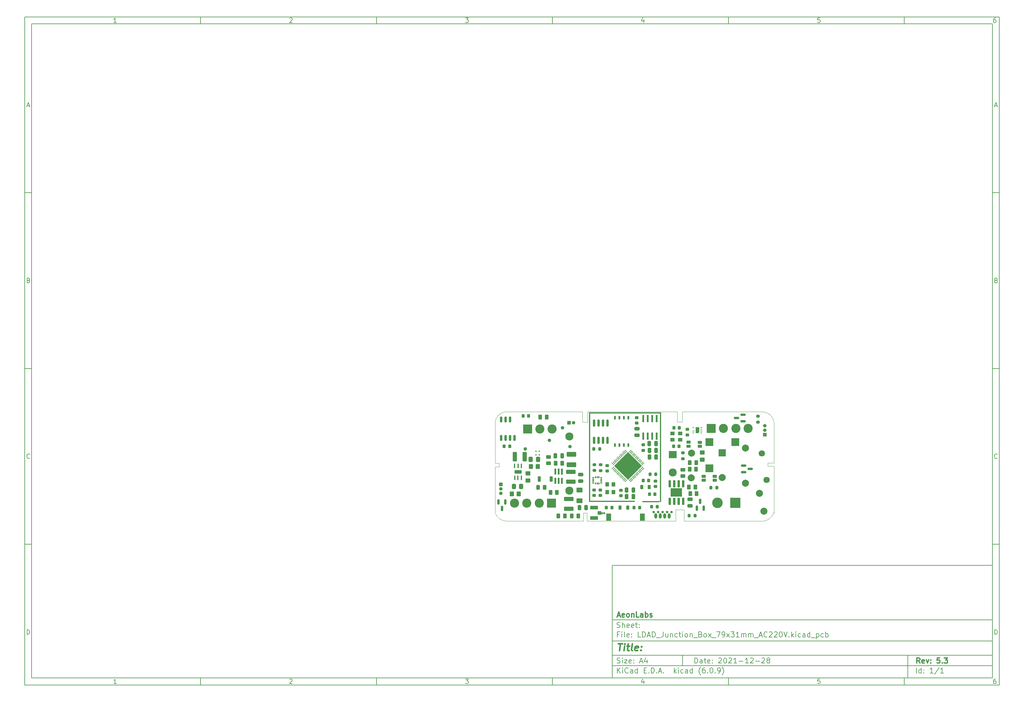
<source format=gbr>
G04 #@! TF.GenerationSoftware,KiCad,Pcbnew,(6.0.9)*
G04 #@! TF.CreationDate,2022-11-26T17:41:20+01:00*
G04 #@! TF.ProjectId,LDAD_Junction_Box_79x31mm_AC220V,4c444144-5f4a-4756-9e63-74696f6e5f42,5.3*
G04 #@! TF.SameCoordinates,Original*
G04 #@! TF.FileFunction,Soldermask,Top*
G04 #@! TF.FilePolarity,Negative*
%FSLAX46Y46*%
G04 Gerber Fmt 4.6, Leading zero omitted, Abs format (unit mm)*
G04 Created by KiCad (PCBNEW (6.0.9)) date 2022-11-26 17:41:20*
%MOMM*%
%LPD*%
G01*
G04 APERTURE LIST*
G04 Aperture macros list*
%AMRoundRect*
0 Rectangle with rounded corners*
0 $1 Rounding radius*
0 $2 $3 $4 $5 $6 $7 $8 $9 X,Y pos of 4 corners*
0 Add a 4 corners polygon primitive as box body*
4,1,4,$2,$3,$4,$5,$6,$7,$8,$9,$2,$3,0*
0 Add four circle primitives for the rounded corners*
1,1,$1+$1,$2,$3*
1,1,$1+$1,$4,$5*
1,1,$1+$1,$6,$7*
1,1,$1+$1,$8,$9*
0 Add four rect primitives between the rounded corners*
20,1,$1+$1,$2,$3,$4,$5,0*
20,1,$1+$1,$4,$5,$6,$7,0*
20,1,$1+$1,$6,$7,$8,$9,0*
20,1,$1+$1,$8,$9,$2,$3,0*%
%AMRotRect*
0 Rectangle, with rotation*
0 The origin of the aperture is its center*
0 $1 length*
0 $2 width*
0 $3 Rotation angle, in degrees counterclockwise*
0 Add horizontal line*
21,1,$1,$2,0,0,$3*%
%AMFreePoly0*
4,1,6,0.500000,-0.850000,-0.500000,-0.850000,-0.500000,0.550000,-0.200000,0.850000,0.500000,0.850000,0.500000,-0.850000,0.500000,-0.850000,$1*%
G04 Aperture macros list end*
%ADD10C,0.100000*%
%ADD11C,0.150000*%
%ADD12C,0.300000*%
%ADD13C,0.400000*%
G04 #@! TA.AperFunction,Profile*
%ADD14C,0.120000*%
G04 #@! TD*
%ADD15RoundRect,0.225000X-0.225000X-0.250000X0.225000X-0.250000X0.225000X0.250000X-0.225000X0.250000X0*%
%ADD16RoundRect,0.250000X-0.262500X-0.450000X0.262500X-0.450000X0.262500X0.450000X-0.262500X0.450000X0*%
%ADD17RoundRect,0.250000X0.250000X0.475000X-0.250000X0.475000X-0.250000X-0.475000X0.250000X-0.475000X0*%
%ADD18RoundRect,0.225000X0.250000X-0.225000X0.250000X0.225000X-0.250000X0.225000X-0.250000X-0.225000X0*%
%ADD19C,1.000000*%
%ADD20RoundRect,0.225000X-0.250000X0.225000X-0.250000X-0.225000X0.250000X-0.225000X0.250000X0.225000X0*%
%ADD21RoundRect,0.250000X0.475000X-0.250000X0.475000X0.250000X-0.475000X0.250000X-0.475000X-0.250000X0*%
%ADD22R,1.000000X1.300000*%
%ADD23RoundRect,0.042000X-0.258000X0.943000X-0.258000X-0.943000X0.258000X-0.943000X0.258000X0.943000X0*%
%ADD24R,3.302000X2.413000*%
%ADD25RoundRect,0.250000X-0.337500X-0.475000X0.337500X-0.475000X0.337500X0.475000X-0.337500X0.475000X0*%
%ADD26RoundRect,0.250000X-0.450000X0.350000X-0.450000X-0.350000X0.450000X-0.350000X0.450000X0.350000X0*%
%ADD27RoundRect,0.150000X0.150000X-0.825000X0.150000X0.825000X-0.150000X0.825000X-0.150000X-0.825000X0*%
%ADD28R,0.550000X0.250000*%
%ADD29R,0.001000X0.001000*%
%ADD30FreePoly0,180.000000*%
%ADD31RoundRect,0.150000X0.587500X0.150000X-0.587500X0.150000X-0.587500X-0.150000X0.587500X-0.150000X0*%
%ADD32RoundRect,0.124800X-0.475200X-0.275200X0.475200X-0.275200X0.475200X0.275200X-0.475200X0.275200X0*%
%ADD33RoundRect,0.200000X-0.275000X0.200000X-0.275000X-0.200000X0.275000X-0.200000X0.275000X0.200000X0*%
%ADD34RoundRect,0.041300X-0.253700X0.948700X-0.253700X-0.948700X0.253700X-0.948700X0.253700X0.948700X0*%
%ADD35RoundRect,0.200000X0.200000X0.275000X-0.200000X0.275000X-0.200000X-0.275000X0.200000X-0.275000X0*%
%ADD36RoundRect,0.250000X-0.450000X0.262500X-0.450000X-0.262500X0.450000X-0.262500X0.450000X0.262500X0*%
%ADD37R,0.400000X25.500000*%
%ADD38RoundRect,0.243750X-0.243750X-0.456250X0.243750X-0.456250X0.243750X0.456250X-0.243750X0.456250X0*%
%ADD39RoundRect,0.250000X1.075000X-0.375000X1.075000X0.375000X-1.075000X0.375000X-1.075000X-0.375000X0*%
%ADD40R,2.250000X1.100000*%
%ADD41R,1.100000X1.050000*%
%ADD42RoundRect,0.250000X-0.475000X0.250000X-0.475000X-0.250000X0.475000X-0.250000X0.475000X0.250000X0*%
%ADD43RoundRect,0.150000X0.150000X-0.675000X0.150000X0.675000X-0.150000X0.675000X-0.150000X-0.675000X0*%
%ADD44RoundRect,0.000250X0.000250X-0.000250X0.000250X0.000250X-0.000250X0.000250X-0.000250X-0.000250X0*%
%ADD45RoundRect,0.250000X0.262500X0.450000X-0.262500X0.450000X-0.262500X-0.450000X0.262500X-0.450000X0*%
%ADD46RoundRect,0.218750X0.218750X0.381250X-0.218750X0.381250X-0.218750X-0.381250X0.218750X-0.381250X0*%
%ADD47RoundRect,0.200000X0.275000X-0.200000X0.275000X0.200000X-0.275000X0.200000X-0.275000X-0.200000X0*%
%ADD48RoundRect,0.225000X0.225000X0.250000X-0.225000X0.250000X-0.225000X-0.250000X0.225000X-0.250000X0*%
%ADD49RoundRect,0.088500X-0.206500X0.746500X-0.206500X-0.746500X0.206500X-0.746500X0.206500X0.746500X0*%
%ADD50RoundRect,0.088500X0.206500X-0.746500X0.206500X0.746500X-0.206500X0.746500X-0.206500X-0.746500X0*%
%ADD51RoundRect,0.250000X-0.250000X-0.475000X0.250000X-0.475000X0.250000X0.475000X-0.250000X0.475000X0*%
%ADD52RoundRect,0.150000X0.150000X-0.587500X0.150000X0.587500X-0.150000X0.587500X-0.150000X-0.587500X0*%
%ADD53R,0.400000X25.400000*%
%ADD54RoundRect,0.250001X-1.074999X0.462499X-1.074999X-0.462499X1.074999X-0.462499X1.074999X0.462499X0*%
%ADD55R,5.000000X0.400000*%
%ADD56R,1.400000X2.100000*%
%ADD57RoundRect,0.250000X0.350000X0.450000X-0.350000X0.450000X-0.350000X-0.450000X0.350000X-0.450000X0*%
%ADD58RoundRect,0.150000X-0.150000X0.587500X-0.150000X-0.587500X0.150000X-0.587500X0.150000X0.587500X0*%
%ADD59RoundRect,0.150000X-0.587500X-0.150000X0.587500X-0.150000X0.587500X0.150000X-0.587500X0.150000X0*%
%ADD60RoundRect,0.200000X-0.200000X-0.275000X0.200000X-0.275000X0.200000X0.275000X-0.200000X0.275000X0*%
%ADD61RoundRect,0.066000X0.154000X-0.404000X0.154000X0.404000X-0.154000X0.404000X-0.154000X-0.404000X0*%
%ADD62RoundRect,0.250000X0.450000X-0.350000X0.450000X0.350000X-0.450000X0.350000X-0.450000X-0.350000X0*%
%ADD63RoundRect,0.200000X-0.200000X-0.600000X0.200000X-0.600000X0.200000X0.600000X-0.200000X0.600000X0*%
%ADD64RoundRect,0.250001X-0.624999X0.462499X-0.624999X-0.462499X0.624999X-0.462499X0.624999X0.462499X0*%
%ADD65R,2.195000X2.195000*%
%ADD66RoundRect,0.050000X0.309359X-0.238649X-0.238649X0.309359X-0.309359X0.238649X0.238649X-0.309359X0*%
%ADD67RoundRect,0.050000X0.309359X0.238649X0.238649X0.309359X-0.309359X-0.238649X-0.238649X-0.309359X0*%
%ADD68RotRect,5.600000X5.600000X135.000000*%
%ADD69R,13.000000X0.400000*%
%ADD70R,20.500000X0.400000*%
%ADD71RoundRect,0.100000X-0.100000X-0.550000X0.100000X-0.550000X0.100000X0.550000X-0.100000X0.550000X0*%
%ADD72RoundRect,0.262500X0.737500X0.262500X-0.737500X0.262500X-0.737500X-0.262500X0.737500X-0.262500X0*%
%ADD73RoundRect,0.100000X0.100000X0.550000X-0.100000X0.550000X-0.100000X-0.550000X0.100000X-0.550000X0*%
%ADD74R,0.580000X0.350000*%
%ADD75R,0.350000X0.580000*%
%ADD76RoundRect,0.218750X-0.218750X-0.381250X0.218750X-0.381250X0.218750X0.381250X-0.218750X0.381250X0*%
%ADD77RoundRect,0.250000X0.375000X1.075000X-0.375000X1.075000X-0.375000X-1.075000X0.375000X-1.075000X0*%
%ADD78R,1.300000X1.000000*%
%ADD79R,2.300000X2.000000*%
%ADD80C,2.300000*%
%ADD81R,0.500000X0.500000*%
%ADD82C,2.010000*%
%ADD83R,1.000000X1.000000*%
%ADD84O,1.000000X1.000000*%
%ADD85R,2.600000X2.600000*%
%ADD86C,2.600000*%
%ADD87R,2.000000X2.000000*%
%ADD88C,2.000000*%
%ADD89C,0.700000*%
%ADD90O,0.800000X1.500000*%
%ADD91C,1.800000*%
%ADD92C,0.400000*%
%ADD93R,3.000000X3.000000*%
%ADD94C,3.000000*%
G04 APERTURE END LIST*
D10*
D11*
X177002200Y-166007200D02*
X177002200Y-198007200D01*
X285002200Y-198007200D01*
X285002200Y-166007200D01*
X177002200Y-166007200D01*
D10*
D11*
X10000000Y-10000000D02*
X10000000Y-200007200D01*
X287002200Y-200007200D01*
X287002200Y-10000000D01*
X10000000Y-10000000D01*
D10*
D11*
X12000000Y-12000000D02*
X12000000Y-198007200D01*
X285002200Y-198007200D01*
X285002200Y-12000000D01*
X12000000Y-12000000D01*
D10*
D11*
X60000000Y-12000000D02*
X60000000Y-10000000D01*
D10*
D11*
X110000000Y-12000000D02*
X110000000Y-10000000D01*
D10*
D11*
X160000000Y-12000000D02*
X160000000Y-10000000D01*
D10*
D11*
X210000000Y-12000000D02*
X210000000Y-10000000D01*
D10*
D11*
X260000000Y-12000000D02*
X260000000Y-10000000D01*
D10*
D11*
X36065476Y-11588095D02*
X35322619Y-11588095D01*
X35694047Y-11588095D02*
X35694047Y-10288095D01*
X35570238Y-10473809D01*
X35446428Y-10597619D01*
X35322619Y-10659523D01*
D10*
D11*
X85322619Y-10411904D02*
X85384523Y-10350000D01*
X85508333Y-10288095D01*
X85817857Y-10288095D01*
X85941666Y-10350000D01*
X86003571Y-10411904D01*
X86065476Y-10535714D01*
X86065476Y-10659523D01*
X86003571Y-10845238D01*
X85260714Y-11588095D01*
X86065476Y-11588095D01*
D10*
D11*
X135260714Y-10288095D02*
X136065476Y-10288095D01*
X135632142Y-10783333D01*
X135817857Y-10783333D01*
X135941666Y-10845238D01*
X136003571Y-10907142D01*
X136065476Y-11030952D01*
X136065476Y-11340476D01*
X136003571Y-11464285D01*
X135941666Y-11526190D01*
X135817857Y-11588095D01*
X135446428Y-11588095D01*
X135322619Y-11526190D01*
X135260714Y-11464285D01*
D10*
D11*
X185941666Y-10721428D02*
X185941666Y-11588095D01*
X185632142Y-10226190D02*
X185322619Y-11154761D01*
X186127380Y-11154761D01*
D10*
D11*
X236003571Y-10288095D02*
X235384523Y-10288095D01*
X235322619Y-10907142D01*
X235384523Y-10845238D01*
X235508333Y-10783333D01*
X235817857Y-10783333D01*
X235941666Y-10845238D01*
X236003571Y-10907142D01*
X236065476Y-11030952D01*
X236065476Y-11340476D01*
X236003571Y-11464285D01*
X235941666Y-11526190D01*
X235817857Y-11588095D01*
X235508333Y-11588095D01*
X235384523Y-11526190D01*
X235322619Y-11464285D01*
D10*
D11*
X285941666Y-10288095D02*
X285694047Y-10288095D01*
X285570238Y-10350000D01*
X285508333Y-10411904D01*
X285384523Y-10597619D01*
X285322619Y-10845238D01*
X285322619Y-11340476D01*
X285384523Y-11464285D01*
X285446428Y-11526190D01*
X285570238Y-11588095D01*
X285817857Y-11588095D01*
X285941666Y-11526190D01*
X286003571Y-11464285D01*
X286065476Y-11340476D01*
X286065476Y-11030952D01*
X286003571Y-10907142D01*
X285941666Y-10845238D01*
X285817857Y-10783333D01*
X285570238Y-10783333D01*
X285446428Y-10845238D01*
X285384523Y-10907142D01*
X285322619Y-11030952D01*
D10*
D11*
X60000000Y-198007200D02*
X60000000Y-200007200D01*
D10*
D11*
X110000000Y-198007200D02*
X110000000Y-200007200D01*
D10*
D11*
X160000000Y-198007200D02*
X160000000Y-200007200D01*
D10*
D11*
X210000000Y-198007200D02*
X210000000Y-200007200D01*
D10*
D11*
X260000000Y-198007200D02*
X260000000Y-200007200D01*
D10*
D11*
X36065476Y-199595295D02*
X35322619Y-199595295D01*
X35694047Y-199595295D02*
X35694047Y-198295295D01*
X35570238Y-198481009D01*
X35446428Y-198604819D01*
X35322619Y-198666723D01*
D10*
D11*
X85322619Y-198419104D02*
X85384523Y-198357200D01*
X85508333Y-198295295D01*
X85817857Y-198295295D01*
X85941666Y-198357200D01*
X86003571Y-198419104D01*
X86065476Y-198542914D01*
X86065476Y-198666723D01*
X86003571Y-198852438D01*
X85260714Y-199595295D01*
X86065476Y-199595295D01*
D10*
D11*
X135260714Y-198295295D02*
X136065476Y-198295295D01*
X135632142Y-198790533D01*
X135817857Y-198790533D01*
X135941666Y-198852438D01*
X136003571Y-198914342D01*
X136065476Y-199038152D01*
X136065476Y-199347676D01*
X136003571Y-199471485D01*
X135941666Y-199533390D01*
X135817857Y-199595295D01*
X135446428Y-199595295D01*
X135322619Y-199533390D01*
X135260714Y-199471485D01*
D10*
D11*
X185941666Y-198728628D02*
X185941666Y-199595295D01*
X185632142Y-198233390D02*
X185322619Y-199161961D01*
X186127380Y-199161961D01*
D10*
D11*
X236003571Y-198295295D02*
X235384523Y-198295295D01*
X235322619Y-198914342D01*
X235384523Y-198852438D01*
X235508333Y-198790533D01*
X235817857Y-198790533D01*
X235941666Y-198852438D01*
X236003571Y-198914342D01*
X236065476Y-199038152D01*
X236065476Y-199347676D01*
X236003571Y-199471485D01*
X235941666Y-199533390D01*
X235817857Y-199595295D01*
X235508333Y-199595295D01*
X235384523Y-199533390D01*
X235322619Y-199471485D01*
D10*
D11*
X285941666Y-198295295D02*
X285694047Y-198295295D01*
X285570238Y-198357200D01*
X285508333Y-198419104D01*
X285384523Y-198604819D01*
X285322619Y-198852438D01*
X285322619Y-199347676D01*
X285384523Y-199471485D01*
X285446428Y-199533390D01*
X285570238Y-199595295D01*
X285817857Y-199595295D01*
X285941666Y-199533390D01*
X286003571Y-199471485D01*
X286065476Y-199347676D01*
X286065476Y-199038152D01*
X286003571Y-198914342D01*
X285941666Y-198852438D01*
X285817857Y-198790533D01*
X285570238Y-198790533D01*
X285446428Y-198852438D01*
X285384523Y-198914342D01*
X285322619Y-199038152D01*
D10*
D11*
X10000000Y-60000000D02*
X12000000Y-60000000D01*
D10*
D11*
X10000000Y-110000000D02*
X12000000Y-110000000D01*
D10*
D11*
X10000000Y-160000000D02*
X12000000Y-160000000D01*
D10*
D11*
X10690476Y-35216666D02*
X11309523Y-35216666D01*
X10566666Y-35588095D02*
X11000000Y-34288095D01*
X11433333Y-35588095D01*
D10*
D11*
X11092857Y-84907142D02*
X11278571Y-84969047D01*
X11340476Y-85030952D01*
X11402380Y-85154761D01*
X11402380Y-85340476D01*
X11340476Y-85464285D01*
X11278571Y-85526190D01*
X11154761Y-85588095D01*
X10659523Y-85588095D01*
X10659523Y-84288095D01*
X11092857Y-84288095D01*
X11216666Y-84350000D01*
X11278571Y-84411904D01*
X11340476Y-84535714D01*
X11340476Y-84659523D01*
X11278571Y-84783333D01*
X11216666Y-84845238D01*
X11092857Y-84907142D01*
X10659523Y-84907142D01*
D10*
D11*
X11402380Y-135464285D02*
X11340476Y-135526190D01*
X11154761Y-135588095D01*
X11030952Y-135588095D01*
X10845238Y-135526190D01*
X10721428Y-135402380D01*
X10659523Y-135278571D01*
X10597619Y-135030952D01*
X10597619Y-134845238D01*
X10659523Y-134597619D01*
X10721428Y-134473809D01*
X10845238Y-134350000D01*
X11030952Y-134288095D01*
X11154761Y-134288095D01*
X11340476Y-134350000D01*
X11402380Y-134411904D01*
D10*
D11*
X10659523Y-185588095D02*
X10659523Y-184288095D01*
X10969047Y-184288095D01*
X11154761Y-184350000D01*
X11278571Y-184473809D01*
X11340476Y-184597619D01*
X11402380Y-184845238D01*
X11402380Y-185030952D01*
X11340476Y-185278571D01*
X11278571Y-185402380D01*
X11154761Y-185526190D01*
X10969047Y-185588095D01*
X10659523Y-185588095D01*
D10*
D11*
X287002200Y-60000000D02*
X285002200Y-60000000D01*
D10*
D11*
X287002200Y-110000000D02*
X285002200Y-110000000D01*
D10*
D11*
X287002200Y-160000000D02*
X285002200Y-160000000D01*
D10*
D11*
X285692676Y-35216666D02*
X286311723Y-35216666D01*
X285568866Y-35588095D02*
X286002200Y-34288095D01*
X286435533Y-35588095D01*
D10*
D11*
X286095057Y-84907142D02*
X286280771Y-84969047D01*
X286342676Y-85030952D01*
X286404580Y-85154761D01*
X286404580Y-85340476D01*
X286342676Y-85464285D01*
X286280771Y-85526190D01*
X286156961Y-85588095D01*
X285661723Y-85588095D01*
X285661723Y-84288095D01*
X286095057Y-84288095D01*
X286218866Y-84350000D01*
X286280771Y-84411904D01*
X286342676Y-84535714D01*
X286342676Y-84659523D01*
X286280771Y-84783333D01*
X286218866Y-84845238D01*
X286095057Y-84907142D01*
X285661723Y-84907142D01*
D10*
D11*
X286404580Y-135464285D02*
X286342676Y-135526190D01*
X286156961Y-135588095D01*
X286033152Y-135588095D01*
X285847438Y-135526190D01*
X285723628Y-135402380D01*
X285661723Y-135278571D01*
X285599819Y-135030952D01*
X285599819Y-134845238D01*
X285661723Y-134597619D01*
X285723628Y-134473809D01*
X285847438Y-134350000D01*
X286033152Y-134288095D01*
X286156961Y-134288095D01*
X286342676Y-134350000D01*
X286404580Y-134411904D01*
D10*
D11*
X285661723Y-185588095D02*
X285661723Y-184288095D01*
X285971247Y-184288095D01*
X286156961Y-184350000D01*
X286280771Y-184473809D01*
X286342676Y-184597619D01*
X286404580Y-184845238D01*
X286404580Y-185030952D01*
X286342676Y-185278571D01*
X286280771Y-185402380D01*
X286156961Y-185526190D01*
X285971247Y-185588095D01*
X285661723Y-185588095D01*
D10*
D11*
X200434342Y-193785771D02*
X200434342Y-192285771D01*
X200791485Y-192285771D01*
X201005771Y-192357200D01*
X201148628Y-192500057D01*
X201220057Y-192642914D01*
X201291485Y-192928628D01*
X201291485Y-193142914D01*
X201220057Y-193428628D01*
X201148628Y-193571485D01*
X201005771Y-193714342D01*
X200791485Y-193785771D01*
X200434342Y-193785771D01*
X202577200Y-193785771D02*
X202577200Y-193000057D01*
X202505771Y-192857200D01*
X202362914Y-192785771D01*
X202077200Y-192785771D01*
X201934342Y-192857200D01*
X202577200Y-193714342D02*
X202434342Y-193785771D01*
X202077200Y-193785771D01*
X201934342Y-193714342D01*
X201862914Y-193571485D01*
X201862914Y-193428628D01*
X201934342Y-193285771D01*
X202077200Y-193214342D01*
X202434342Y-193214342D01*
X202577200Y-193142914D01*
X203077200Y-192785771D02*
X203648628Y-192785771D01*
X203291485Y-192285771D02*
X203291485Y-193571485D01*
X203362914Y-193714342D01*
X203505771Y-193785771D01*
X203648628Y-193785771D01*
X204720057Y-193714342D02*
X204577200Y-193785771D01*
X204291485Y-193785771D01*
X204148628Y-193714342D01*
X204077200Y-193571485D01*
X204077200Y-193000057D01*
X204148628Y-192857200D01*
X204291485Y-192785771D01*
X204577200Y-192785771D01*
X204720057Y-192857200D01*
X204791485Y-193000057D01*
X204791485Y-193142914D01*
X204077200Y-193285771D01*
X205434342Y-193642914D02*
X205505771Y-193714342D01*
X205434342Y-193785771D01*
X205362914Y-193714342D01*
X205434342Y-193642914D01*
X205434342Y-193785771D01*
X205434342Y-192857200D02*
X205505771Y-192928628D01*
X205434342Y-193000057D01*
X205362914Y-192928628D01*
X205434342Y-192857200D01*
X205434342Y-193000057D01*
X207220057Y-192428628D02*
X207291485Y-192357200D01*
X207434342Y-192285771D01*
X207791485Y-192285771D01*
X207934342Y-192357200D01*
X208005771Y-192428628D01*
X208077200Y-192571485D01*
X208077200Y-192714342D01*
X208005771Y-192928628D01*
X207148628Y-193785771D01*
X208077200Y-193785771D01*
X209005771Y-192285771D02*
X209148628Y-192285771D01*
X209291485Y-192357200D01*
X209362914Y-192428628D01*
X209434342Y-192571485D01*
X209505771Y-192857200D01*
X209505771Y-193214342D01*
X209434342Y-193500057D01*
X209362914Y-193642914D01*
X209291485Y-193714342D01*
X209148628Y-193785771D01*
X209005771Y-193785771D01*
X208862914Y-193714342D01*
X208791485Y-193642914D01*
X208720057Y-193500057D01*
X208648628Y-193214342D01*
X208648628Y-192857200D01*
X208720057Y-192571485D01*
X208791485Y-192428628D01*
X208862914Y-192357200D01*
X209005771Y-192285771D01*
X210077200Y-192428628D02*
X210148628Y-192357200D01*
X210291485Y-192285771D01*
X210648628Y-192285771D01*
X210791485Y-192357200D01*
X210862914Y-192428628D01*
X210934342Y-192571485D01*
X210934342Y-192714342D01*
X210862914Y-192928628D01*
X210005771Y-193785771D01*
X210934342Y-193785771D01*
X212362914Y-193785771D02*
X211505771Y-193785771D01*
X211934342Y-193785771D02*
X211934342Y-192285771D01*
X211791485Y-192500057D01*
X211648628Y-192642914D01*
X211505771Y-192714342D01*
X213005771Y-193214342D02*
X214148628Y-193214342D01*
X215648628Y-193785771D02*
X214791485Y-193785771D01*
X215220057Y-193785771D02*
X215220057Y-192285771D01*
X215077200Y-192500057D01*
X214934342Y-192642914D01*
X214791485Y-192714342D01*
X216220057Y-192428628D02*
X216291485Y-192357200D01*
X216434342Y-192285771D01*
X216791485Y-192285771D01*
X216934342Y-192357200D01*
X217005771Y-192428628D01*
X217077200Y-192571485D01*
X217077200Y-192714342D01*
X217005771Y-192928628D01*
X216148628Y-193785771D01*
X217077200Y-193785771D01*
X217720057Y-193214342D02*
X218862914Y-193214342D01*
X219505771Y-192428628D02*
X219577200Y-192357200D01*
X219720057Y-192285771D01*
X220077200Y-192285771D01*
X220220057Y-192357200D01*
X220291485Y-192428628D01*
X220362914Y-192571485D01*
X220362914Y-192714342D01*
X220291485Y-192928628D01*
X219434342Y-193785771D01*
X220362914Y-193785771D01*
X221220057Y-192928628D02*
X221077200Y-192857200D01*
X221005771Y-192785771D01*
X220934342Y-192642914D01*
X220934342Y-192571485D01*
X221005771Y-192428628D01*
X221077200Y-192357200D01*
X221220057Y-192285771D01*
X221505771Y-192285771D01*
X221648628Y-192357200D01*
X221720057Y-192428628D01*
X221791485Y-192571485D01*
X221791485Y-192642914D01*
X221720057Y-192785771D01*
X221648628Y-192857200D01*
X221505771Y-192928628D01*
X221220057Y-192928628D01*
X221077200Y-193000057D01*
X221005771Y-193071485D01*
X220934342Y-193214342D01*
X220934342Y-193500057D01*
X221005771Y-193642914D01*
X221077200Y-193714342D01*
X221220057Y-193785771D01*
X221505771Y-193785771D01*
X221648628Y-193714342D01*
X221720057Y-193642914D01*
X221791485Y-193500057D01*
X221791485Y-193214342D01*
X221720057Y-193071485D01*
X221648628Y-193000057D01*
X221505771Y-192928628D01*
D10*
D11*
X177002200Y-194507200D02*
X285002200Y-194507200D01*
D10*
D11*
X178434342Y-196585771D02*
X178434342Y-195085771D01*
X179291485Y-196585771D02*
X178648628Y-195728628D01*
X179291485Y-195085771D02*
X178434342Y-195942914D01*
X179934342Y-196585771D02*
X179934342Y-195585771D01*
X179934342Y-195085771D02*
X179862914Y-195157200D01*
X179934342Y-195228628D01*
X180005771Y-195157200D01*
X179934342Y-195085771D01*
X179934342Y-195228628D01*
X181505771Y-196442914D02*
X181434342Y-196514342D01*
X181220057Y-196585771D01*
X181077200Y-196585771D01*
X180862914Y-196514342D01*
X180720057Y-196371485D01*
X180648628Y-196228628D01*
X180577200Y-195942914D01*
X180577200Y-195728628D01*
X180648628Y-195442914D01*
X180720057Y-195300057D01*
X180862914Y-195157200D01*
X181077200Y-195085771D01*
X181220057Y-195085771D01*
X181434342Y-195157200D01*
X181505771Y-195228628D01*
X182791485Y-196585771D02*
X182791485Y-195800057D01*
X182720057Y-195657200D01*
X182577200Y-195585771D01*
X182291485Y-195585771D01*
X182148628Y-195657200D01*
X182791485Y-196514342D02*
X182648628Y-196585771D01*
X182291485Y-196585771D01*
X182148628Y-196514342D01*
X182077200Y-196371485D01*
X182077200Y-196228628D01*
X182148628Y-196085771D01*
X182291485Y-196014342D01*
X182648628Y-196014342D01*
X182791485Y-195942914D01*
X184148628Y-196585771D02*
X184148628Y-195085771D01*
X184148628Y-196514342D02*
X184005771Y-196585771D01*
X183720057Y-196585771D01*
X183577200Y-196514342D01*
X183505771Y-196442914D01*
X183434342Y-196300057D01*
X183434342Y-195871485D01*
X183505771Y-195728628D01*
X183577200Y-195657200D01*
X183720057Y-195585771D01*
X184005771Y-195585771D01*
X184148628Y-195657200D01*
X186005771Y-195800057D02*
X186505771Y-195800057D01*
X186720057Y-196585771D02*
X186005771Y-196585771D01*
X186005771Y-195085771D01*
X186720057Y-195085771D01*
X187362914Y-196442914D02*
X187434342Y-196514342D01*
X187362914Y-196585771D01*
X187291485Y-196514342D01*
X187362914Y-196442914D01*
X187362914Y-196585771D01*
X188077200Y-196585771D02*
X188077200Y-195085771D01*
X188434342Y-195085771D01*
X188648628Y-195157200D01*
X188791485Y-195300057D01*
X188862914Y-195442914D01*
X188934342Y-195728628D01*
X188934342Y-195942914D01*
X188862914Y-196228628D01*
X188791485Y-196371485D01*
X188648628Y-196514342D01*
X188434342Y-196585771D01*
X188077200Y-196585771D01*
X189577200Y-196442914D02*
X189648628Y-196514342D01*
X189577200Y-196585771D01*
X189505771Y-196514342D01*
X189577200Y-196442914D01*
X189577200Y-196585771D01*
X190220057Y-196157200D02*
X190934342Y-196157200D01*
X190077200Y-196585771D02*
X190577200Y-195085771D01*
X191077200Y-196585771D01*
X191577200Y-196442914D02*
X191648628Y-196514342D01*
X191577200Y-196585771D01*
X191505771Y-196514342D01*
X191577200Y-196442914D01*
X191577200Y-196585771D01*
X194577200Y-196585771D02*
X194577200Y-195085771D01*
X194720057Y-196014342D02*
X195148628Y-196585771D01*
X195148628Y-195585771D02*
X194577200Y-196157200D01*
X195791485Y-196585771D02*
X195791485Y-195585771D01*
X195791485Y-195085771D02*
X195720057Y-195157200D01*
X195791485Y-195228628D01*
X195862914Y-195157200D01*
X195791485Y-195085771D01*
X195791485Y-195228628D01*
X197148628Y-196514342D02*
X197005771Y-196585771D01*
X196720057Y-196585771D01*
X196577200Y-196514342D01*
X196505771Y-196442914D01*
X196434342Y-196300057D01*
X196434342Y-195871485D01*
X196505771Y-195728628D01*
X196577200Y-195657200D01*
X196720057Y-195585771D01*
X197005771Y-195585771D01*
X197148628Y-195657200D01*
X198434342Y-196585771D02*
X198434342Y-195800057D01*
X198362914Y-195657200D01*
X198220057Y-195585771D01*
X197934342Y-195585771D01*
X197791485Y-195657200D01*
X198434342Y-196514342D02*
X198291485Y-196585771D01*
X197934342Y-196585771D01*
X197791485Y-196514342D01*
X197720057Y-196371485D01*
X197720057Y-196228628D01*
X197791485Y-196085771D01*
X197934342Y-196014342D01*
X198291485Y-196014342D01*
X198434342Y-195942914D01*
X199791485Y-196585771D02*
X199791485Y-195085771D01*
X199791485Y-196514342D02*
X199648628Y-196585771D01*
X199362914Y-196585771D01*
X199220057Y-196514342D01*
X199148628Y-196442914D01*
X199077200Y-196300057D01*
X199077200Y-195871485D01*
X199148628Y-195728628D01*
X199220057Y-195657200D01*
X199362914Y-195585771D01*
X199648628Y-195585771D01*
X199791485Y-195657200D01*
X202077200Y-197157200D02*
X202005771Y-197085771D01*
X201862914Y-196871485D01*
X201791485Y-196728628D01*
X201720057Y-196514342D01*
X201648628Y-196157200D01*
X201648628Y-195871485D01*
X201720057Y-195514342D01*
X201791485Y-195300057D01*
X201862914Y-195157200D01*
X202005771Y-194942914D01*
X202077200Y-194871485D01*
X203291485Y-195085771D02*
X203005771Y-195085771D01*
X202862914Y-195157200D01*
X202791485Y-195228628D01*
X202648628Y-195442914D01*
X202577200Y-195728628D01*
X202577200Y-196300057D01*
X202648628Y-196442914D01*
X202720057Y-196514342D01*
X202862914Y-196585771D01*
X203148628Y-196585771D01*
X203291485Y-196514342D01*
X203362914Y-196442914D01*
X203434342Y-196300057D01*
X203434342Y-195942914D01*
X203362914Y-195800057D01*
X203291485Y-195728628D01*
X203148628Y-195657200D01*
X202862914Y-195657200D01*
X202720057Y-195728628D01*
X202648628Y-195800057D01*
X202577200Y-195942914D01*
X204077200Y-196442914D02*
X204148628Y-196514342D01*
X204077200Y-196585771D01*
X204005771Y-196514342D01*
X204077200Y-196442914D01*
X204077200Y-196585771D01*
X205077200Y-195085771D02*
X205220057Y-195085771D01*
X205362914Y-195157200D01*
X205434342Y-195228628D01*
X205505771Y-195371485D01*
X205577200Y-195657200D01*
X205577200Y-196014342D01*
X205505771Y-196300057D01*
X205434342Y-196442914D01*
X205362914Y-196514342D01*
X205220057Y-196585771D01*
X205077200Y-196585771D01*
X204934342Y-196514342D01*
X204862914Y-196442914D01*
X204791485Y-196300057D01*
X204720057Y-196014342D01*
X204720057Y-195657200D01*
X204791485Y-195371485D01*
X204862914Y-195228628D01*
X204934342Y-195157200D01*
X205077200Y-195085771D01*
X206220057Y-196442914D02*
X206291485Y-196514342D01*
X206220057Y-196585771D01*
X206148628Y-196514342D01*
X206220057Y-196442914D01*
X206220057Y-196585771D01*
X207005771Y-196585771D02*
X207291485Y-196585771D01*
X207434342Y-196514342D01*
X207505771Y-196442914D01*
X207648628Y-196228628D01*
X207720057Y-195942914D01*
X207720057Y-195371485D01*
X207648628Y-195228628D01*
X207577200Y-195157200D01*
X207434342Y-195085771D01*
X207148628Y-195085771D01*
X207005771Y-195157200D01*
X206934342Y-195228628D01*
X206862914Y-195371485D01*
X206862914Y-195728628D01*
X206934342Y-195871485D01*
X207005771Y-195942914D01*
X207148628Y-196014342D01*
X207434342Y-196014342D01*
X207577200Y-195942914D01*
X207648628Y-195871485D01*
X207720057Y-195728628D01*
X208220057Y-197157200D02*
X208291485Y-197085771D01*
X208434342Y-196871485D01*
X208505771Y-196728628D01*
X208577200Y-196514342D01*
X208648628Y-196157200D01*
X208648628Y-195871485D01*
X208577200Y-195514342D01*
X208505771Y-195300057D01*
X208434342Y-195157200D01*
X208291485Y-194942914D01*
X208220057Y-194871485D01*
D10*
D11*
X177002200Y-191507200D02*
X285002200Y-191507200D01*
D10*
D12*
X264411485Y-193785771D02*
X263911485Y-193071485D01*
X263554342Y-193785771D02*
X263554342Y-192285771D01*
X264125771Y-192285771D01*
X264268628Y-192357200D01*
X264340057Y-192428628D01*
X264411485Y-192571485D01*
X264411485Y-192785771D01*
X264340057Y-192928628D01*
X264268628Y-193000057D01*
X264125771Y-193071485D01*
X263554342Y-193071485D01*
X265625771Y-193714342D02*
X265482914Y-193785771D01*
X265197200Y-193785771D01*
X265054342Y-193714342D01*
X264982914Y-193571485D01*
X264982914Y-193000057D01*
X265054342Y-192857200D01*
X265197200Y-192785771D01*
X265482914Y-192785771D01*
X265625771Y-192857200D01*
X265697200Y-193000057D01*
X265697200Y-193142914D01*
X264982914Y-193285771D01*
X266197200Y-192785771D02*
X266554342Y-193785771D01*
X266911485Y-192785771D01*
X267482914Y-193642914D02*
X267554342Y-193714342D01*
X267482914Y-193785771D01*
X267411485Y-193714342D01*
X267482914Y-193642914D01*
X267482914Y-193785771D01*
X267482914Y-192857200D02*
X267554342Y-192928628D01*
X267482914Y-193000057D01*
X267411485Y-192928628D01*
X267482914Y-192857200D01*
X267482914Y-193000057D01*
X270054342Y-192285771D02*
X269340057Y-192285771D01*
X269268628Y-193000057D01*
X269340057Y-192928628D01*
X269482914Y-192857200D01*
X269840057Y-192857200D01*
X269982914Y-192928628D01*
X270054342Y-193000057D01*
X270125771Y-193142914D01*
X270125771Y-193500057D01*
X270054342Y-193642914D01*
X269982914Y-193714342D01*
X269840057Y-193785771D01*
X269482914Y-193785771D01*
X269340057Y-193714342D01*
X269268628Y-193642914D01*
X270768628Y-193642914D02*
X270840057Y-193714342D01*
X270768628Y-193785771D01*
X270697200Y-193714342D01*
X270768628Y-193642914D01*
X270768628Y-193785771D01*
X271340057Y-192285771D02*
X272268628Y-192285771D01*
X271768628Y-192857200D01*
X271982914Y-192857200D01*
X272125771Y-192928628D01*
X272197200Y-193000057D01*
X272268628Y-193142914D01*
X272268628Y-193500057D01*
X272197200Y-193642914D01*
X272125771Y-193714342D01*
X271982914Y-193785771D01*
X271554342Y-193785771D01*
X271411485Y-193714342D01*
X271340057Y-193642914D01*
D10*
D11*
X178362914Y-193714342D02*
X178577200Y-193785771D01*
X178934342Y-193785771D01*
X179077200Y-193714342D01*
X179148628Y-193642914D01*
X179220057Y-193500057D01*
X179220057Y-193357200D01*
X179148628Y-193214342D01*
X179077200Y-193142914D01*
X178934342Y-193071485D01*
X178648628Y-193000057D01*
X178505771Y-192928628D01*
X178434342Y-192857200D01*
X178362914Y-192714342D01*
X178362914Y-192571485D01*
X178434342Y-192428628D01*
X178505771Y-192357200D01*
X178648628Y-192285771D01*
X179005771Y-192285771D01*
X179220057Y-192357200D01*
X179862914Y-193785771D02*
X179862914Y-192785771D01*
X179862914Y-192285771D02*
X179791485Y-192357200D01*
X179862914Y-192428628D01*
X179934342Y-192357200D01*
X179862914Y-192285771D01*
X179862914Y-192428628D01*
X180434342Y-192785771D02*
X181220057Y-192785771D01*
X180434342Y-193785771D01*
X181220057Y-193785771D01*
X182362914Y-193714342D02*
X182220057Y-193785771D01*
X181934342Y-193785771D01*
X181791485Y-193714342D01*
X181720057Y-193571485D01*
X181720057Y-193000057D01*
X181791485Y-192857200D01*
X181934342Y-192785771D01*
X182220057Y-192785771D01*
X182362914Y-192857200D01*
X182434342Y-193000057D01*
X182434342Y-193142914D01*
X181720057Y-193285771D01*
X183077200Y-193642914D02*
X183148628Y-193714342D01*
X183077200Y-193785771D01*
X183005771Y-193714342D01*
X183077200Y-193642914D01*
X183077200Y-193785771D01*
X183077200Y-192857200D02*
X183148628Y-192928628D01*
X183077200Y-193000057D01*
X183005771Y-192928628D01*
X183077200Y-192857200D01*
X183077200Y-193000057D01*
X184862914Y-193357200D02*
X185577200Y-193357200D01*
X184720057Y-193785771D02*
X185220057Y-192285771D01*
X185720057Y-193785771D01*
X186862914Y-192785771D02*
X186862914Y-193785771D01*
X186505771Y-192214342D02*
X186148628Y-193285771D01*
X187077200Y-193285771D01*
D10*
D11*
X263434342Y-196585771D02*
X263434342Y-195085771D01*
X264791485Y-196585771D02*
X264791485Y-195085771D01*
X264791485Y-196514342D02*
X264648628Y-196585771D01*
X264362914Y-196585771D01*
X264220057Y-196514342D01*
X264148628Y-196442914D01*
X264077200Y-196300057D01*
X264077200Y-195871485D01*
X264148628Y-195728628D01*
X264220057Y-195657200D01*
X264362914Y-195585771D01*
X264648628Y-195585771D01*
X264791485Y-195657200D01*
X265505771Y-196442914D02*
X265577200Y-196514342D01*
X265505771Y-196585771D01*
X265434342Y-196514342D01*
X265505771Y-196442914D01*
X265505771Y-196585771D01*
X265505771Y-195657200D02*
X265577200Y-195728628D01*
X265505771Y-195800057D01*
X265434342Y-195728628D01*
X265505771Y-195657200D01*
X265505771Y-195800057D01*
X268148628Y-196585771D02*
X267291485Y-196585771D01*
X267720057Y-196585771D02*
X267720057Y-195085771D01*
X267577200Y-195300057D01*
X267434342Y-195442914D01*
X267291485Y-195514342D01*
X269862914Y-195014342D02*
X268577200Y-196942914D01*
X271148628Y-196585771D02*
X270291485Y-196585771D01*
X270720057Y-196585771D02*
X270720057Y-195085771D01*
X270577200Y-195300057D01*
X270434342Y-195442914D01*
X270291485Y-195514342D01*
D10*
D11*
X177002200Y-187507200D02*
X285002200Y-187507200D01*
D10*
D13*
X178714580Y-188211961D02*
X179857438Y-188211961D01*
X179036009Y-190211961D02*
X179286009Y-188211961D01*
X180274104Y-190211961D02*
X180440771Y-188878628D01*
X180524104Y-188211961D02*
X180416961Y-188307200D01*
X180500295Y-188402438D01*
X180607438Y-188307200D01*
X180524104Y-188211961D01*
X180500295Y-188402438D01*
X181107438Y-188878628D02*
X181869342Y-188878628D01*
X181476485Y-188211961D02*
X181262200Y-189926247D01*
X181333628Y-190116723D01*
X181512200Y-190211961D01*
X181702676Y-190211961D01*
X182655057Y-190211961D02*
X182476485Y-190116723D01*
X182405057Y-189926247D01*
X182619342Y-188211961D01*
X184190771Y-190116723D02*
X183988390Y-190211961D01*
X183607438Y-190211961D01*
X183428866Y-190116723D01*
X183357438Y-189926247D01*
X183452676Y-189164342D01*
X183571723Y-188973866D01*
X183774104Y-188878628D01*
X184155057Y-188878628D01*
X184333628Y-188973866D01*
X184405057Y-189164342D01*
X184381247Y-189354819D01*
X183405057Y-189545295D01*
X185155057Y-190021485D02*
X185238390Y-190116723D01*
X185131247Y-190211961D01*
X185047914Y-190116723D01*
X185155057Y-190021485D01*
X185131247Y-190211961D01*
X185286009Y-188973866D02*
X185369342Y-189069104D01*
X185262200Y-189164342D01*
X185178866Y-189069104D01*
X185286009Y-188973866D01*
X185262200Y-189164342D01*
D10*
D11*
X178934342Y-185600057D02*
X178434342Y-185600057D01*
X178434342Y-186385771D02*
X178434342Y-184885771D01*
X179148628Y-184885771D01*
X179720057Y-186385771D02*
X179720057Y-185385771D01*
X179720057Y-184885771D02*
X179648628Y-184957200D01*
X179720057Y-185028628D01*
X179791485Y-184957200D01*
X179720057Y-184885771D01*
X179720057Y-185028628D01*
X180648628Y-186385771D02*
X180505771Y-186314342D01*
X180434342Y-186171485D01*
X180434342Y-184885771D01*
X181791485Y-186314342D02*
X181648628Y-186385771D01*
X181362914Y-186385771D01*
X181220057Y-186314342D01*
X181148628Y-186171485D01*
X181148628Y-185600057D01*
X181220057Y-185457200D01*
X181362914Y-185385771D01*
X181648628Y-185385771D01*
X181791485Y-185457200D01*
X181862914Y-185600057D01*
X181862914Y-185742914D01*
X181148628Y-185885771D01*
X182505771Y-186242914D02*
X182577200Y-186314342D01*
X182505771Y-186385771D01*
X182434342Y-186314342D01*
X182505771Y-186242914D01*
X182505771Y-186385771D01*
X182505771Y-185457200D02*
X182577200Y-185528628D01*
X182505771Y-185600057D01*
X182434342Y-185528628D01*
X182505771Y-185457200D01*
X182505771Y-185600057D01*
X185077200Y-186385771D02*
X184362914Y-186385771D01*
X184362914Y-184885771D01*
X185577200Y-186385771D02*
X185577200Y-184885771D01*
X185934342Y-184885771D01*
X186148628Y-184957200D01*
X186291485Y-185100057D01*
X186362914Y-185242914D01*
X186434342Y-185528628D01*
X186434342Y-185742914D01*
X186362914Y-186028628D01*
X186291485Y-186171485D01*
X186148628Y-186314342D01*
X185934342Y-186385771D01*
X185577200Y-186385771D01*
X187005771Y-185957200D02*
X187720057Y-185957200D01*
X186862914Y-186385771D02*
X187362914Y-184885771D01*
X187862914Y-186385771D01*
X188362914Y-186385771D02*
X188362914Y-184885771D01*
X188720057Y-184885771D01*
X188934342Y-184957200D01*
X189077200Y-185100057D01*
X189148628Y-185242914D01*
X189220057Y-185528628D01*
X189220057Y-185742914D01*
X189148628Y-186028628D01*
X189077200Y-186171485D01*
X188934342Y-186314342D01*
X188720057Y-186385771D01*
X188362914Y-186385771D01*
X189505771Y-186528628D02*
X190648628Y-186528628D01*
X191434342Y-184885771D02*
X191434342Y-185957200D01*
X191362914Y-186171485D01*
X191220057Y-186314342D01*
X191005771Y-186385771D01*
X190862914Y-186385771D01*
X192791485Y-185385771D02*
X192791485Y-186385771D01*
X192148628Y-185385771D02*
X192148628Y-186171485D01*
X192220057Y-186314342D01*
X192362914Y-186385771D01*
X192577200Y-186385771D01*
X192720057Y-186314342D01*
X192791485Y-186242914D01*
X193505771Y-185385771D02*
X193505771Y-186385771D01*
X193505771Y-185528628D02*
X193577200Y-185457200D01*
X193720057Y-185385771D01*
X193934342Y-185385771D01*
X194077200Y-185457200D01*
X194148628Y-185600057D01*
X194148628Y-186385771D01*
X195505771Y-186314342D02*
X195362914Y-186385771D01*
X195077200Y-186385771D01*
X194934342Y-186314342D01*
X194862914Y-186242914D01*
X194791485Y-186100057D01*
X194791485Y-185671485D01*
X194862914Y-185528628D01*
X194934342Y-185457200D01*
X195077200Y-185385771D01*
X195362914Y-185385771D01*
X195505771Y-185457200D01*
X195934342Y-185385771D02*
X196505771Y-185385771D01*
X196148628Y-184885771D02*
X196148628Y-186171485D01*
X196220057Y-186314342D01*
X196362914Y-186385771D01*
X196505771Y-186385771D01*
X197005771Y-186385771D02*
X197005771Y-185385771D01*
X197005771Y-184885771D02*
X196934342Y-184957200D01*
X197005771Y-185028628D01*
X197077200Y-184957200D01*
X197005771Y-184885771D01*
X197005771Y-185028628D01*
X197934342Y-186385771D02*
X197791485Y-186314342D01*
X197720057Y-186242914D01*
X197648628Y-186100057D01*
X197648628Y-185671485D01*
X197720057Y-185528628D01*
X197791485Y-185457200D01*
X197934342Y-185385771D01*
X198148628Y-185385771D01*
X198291485Y-185457200D01*
X198362914Y-185528628D01*
X198434342Y-185671485D01*
X198434342Y-186100057D01*
X198362914Y-186242914D01*
X198291485Y-186314342D01*
X198148628Y-186385771D01*
X197934342Y-186385771D01*
X199077200Y-185385771D02*
X199077200Y-186385771D01*
X199077200Y-185528628D02*
X199148628Y-185457200D01*
X199291485Y-185385771D01*
X199505771Y-185385771D01*
X199648628Y-185457200D01*
X199720057Y-185600057D01*
X199720057Y-186385771D01*
X200077200Y-186528628D02*
X201220057Y-186528628D01*
X202077200Y-185600057D02*
X202291485Y-185671485D01*
X202362914Y-185742914D01*
X202434342Y-185885771D01*
X202434342Y-186100057D01*
X202362914Y-186242914D01*
X202291485Y-186314342D01*
X202148628Y-186385771D01*
X201577200Y-186385771D01*
X201577200Y-184885771D01*
X202077200Y-184885771D01*
X202220057Y-184957200D01*
X202291485Y-185028628D01*
X202362914Y-185171485D01*
X202362914Y-185314342D01*
X202291485Y-185457200D01*
X202220057Y-185528628D01*
X202077200Y-185600057D01*
X201577200Y-185600057D01*
X203291485Y-186385771D02*
X203148628Y-186314342D01*
X203077200Y-186242914D01*
X203005771Y-186100057D01*
X203005771Y-185671485D01*
X203077200Y-185528628D01*
X203148628Y-185457200D01*
X203291485Y-185385771D01*
X203505771Y-185385771D01*
X203648628Y-185457200D01*
X203720057Y-185528628D01*
X203791485Y-185671485D01*
X203791485Y-186100057D01*
X203720057Y-186242914D01*
X203648628Y-186314342D01*
X203505771Y-186385771D01*
X203291485Y-186385771D01*
X204291485Y-186385771D02*
X205077200Y-185385771D01*
X204291485Y-185385771D02*
X205077200Y-186385771D01*
X205291485Y-186528628D02*
X206434342Y-186528628D01*
X206648628Y-184885771D02*
X207648628Y-184885771D01*
X207005771Y-186385771D01*
X208291485Y-186385771D02*
X208577200Y-186385771D01*
X208720057Y-186314342D01*
X208791485Y-186242914D01*
X208934342Y-186028628D01*
X209005771Y-185742914D01*
X209005771Y-185171485D01*
X208934342Y-185028628D01*
X208862914Y-184957200D01*
X208720057Y-184885771D01*
X208434342Y-184885771D01*
X208291485Y-184957200D01*
X208220057Y-185028628D01*
X208148628Y-185171485D01*
X208148628Y-185528628D01*
X208220057Y-185671485D01*
X208291485Y-185742914D01*
X208434342Y-185814342D01*
X208720057Y-185814342D01*
X208862914Y-185742914D01*
X208934342Y-185671485D01*
X209005771Y-185528628D01*
X209505771Y-186385771D02*
X210291485Y-185385771D01*
X209505771Y-185385771D02*
X210291485Y-186385771D01*
X210720057Y-184885771D02*
X211648628Y-184885771D01*
X211148628Y-185457200D01*
X211362914Y-185457200D01*
X211505771Y-185528628D01*
X211577200Y-185600057D01*
X211648628Y-185742914D01*
X211648628Y-186100057D01*
X211577200Y-186242914D01*
X211505771Y-186314342D01*
X211362914Y-186385771D01*
X210934342Y-186385771D01*
X210791485Y-186314342D01*
X210720057Y-186242914D01*
X213077200Y-186385771D02*
X212220057Y-186385771D01*
X212648628Y-186385771D02*
X212648628Y-184885771D01*
X212505771Y-185100057D01*
X212362914Y-185242914D01*
X212220057Y-185314342D01*
X213720057Y-186385771D02*
X213720057Y-185385771D01*
X213720057Y-185528628D02*
X213791485Y-185457200D01*
X213934342Y-185385771D01*
X214148628Y-185385771D01*
X214291485Y-185457200D01*
X214362914Y-185600057D01*
X214362914Y-186385771D01*
X214362914Y-185600057D02*
X214434342Y-185457200D01*
X214577200Y-185385771D01*
X214791485Y-185385771D01*
X214934342Y-185457200D01*
X215005771Y-185600057D01*
X215005771Y-186385771D01*
X215720057Y-186385771D02*
X215720057Y-185385771D01*
X215720057Y-185528628D02*
X215791485Y-185457200D01*
X215934342Y-185385771D01*
X216148628Y-185385771D01*
X216291485Y-185457200D01*
X216362914Y-185600057D01*
X216362914Y-186385771D01*
X216362914Y-185600057D02*
X216434342Y-185457200D01*
X216577200Y-185385771D01*
X216791485Y-185385771D01*
X216934342Y-185457200D01*
X217005771Y-185600057D01*
X217005771Y-186385771D01*
X217362914Y-186528628D02*
X218505771Y-186528628D01*
X218791485Y-185957200D02*
X219505771Y-185957200D01*
X218648628Y-186385771D02*
X219148628Y-184885771D01*
X219648628Y-186385771D01*
X221005771Y-186242914D02*
X220934342Y-186314342D01*
X220720057Y-186385771D01*
X220577200Y-186385771D01*
X220362914Y-186314342D01*
X220220057Y-186171485D01*
X220148628Y-186028628D01*
X220077200Y-185742914D01*
X220077200Y-185528628D01*
X220148628Y-185242914D01*
X220220057Y-185100057D01*
X220362914Y-184957200D01*
X220577200Y-184885771D01*
X220720057Y-184885771D01*
X220934342Y-184957200D01*
X221005771Y-185028628D01*
X221577200Y-185028628D02*
X221648628Y-184957200D01*
X221791485Y-184885771D01*
X222148628Y-184885771D01*
X222291485Y-184957200D01*
X222362914Y-185028628D01*
X222434342Y-185171485D01*
X222434342Y-185314342D01*
X222362914Y-185528628D01*
X221505771Y-186385771D01*
X222434342Y-186385771D01*
X223005771Y-185028628D02*
X223077200Y-184957200D01*
X223220057Y-184885771D01*
X223577200Y-184885771D01*
X223720057Y-184957200D01*
X223791485Y-185028628D01*
X223862914Y-185171485D01*
X223862914Y-185314342D01*
X223791485Y-185528628D01*
X222934342Y-186385771D01*
X223862914Y-186385771D01*
X224791485Y-184885771D02*
X224934342Y-184885771D01*
X225077199Y-184957200D01*
X225148628Y-185028628D01*
X225220057Y-185171485D01*
X225291485Y-185457200D01*
X225291485Y-185814342D01*
X225220057Y-186100057D01*
X225148628Y-186242914D01*
X225077199Y-186314342D01*
X224934342Y-186385771D01*
X224791485Y-186385771D01*
X224648628Y-186314342D01*
X224577199Y-186242914D01*
X224505771Y-186100057D01*
X224434342Y-185814342D01*
X224434342Y-185457200D01*
X224505771Y-185171485D01*
X224577199Y-185028628D01*
X224648628Y-184957200D01*
X224791485Y-184885771D01*
X225720057Y-184885771D02*
X226220057Y-186385771D01*
X226720057Y-184885771D01*
X227220057Y-186242914D02*
X227291485Y-186314342D01*
X227220057Y-186385771D01*
X227148628Y-186314342D01*
X227220057Y-186242914D01*
X227220057Y-186385771D01*
X227934342Y-186385771D02*
X227934342Y-184885771D01*
X228077199Y-185814342D02*
X228505771Y-186385771D01*
X228505771Y-185385771D02*
X227934342Y-185957200D01*
X229148628Y-186385771D02*
X229148628Y-185385771D01*
X229148628Y-184885771D02*
X229077199Y-184957200D01*
X229148628Y-185028628D01*
X229220057Y-184957200D01*
X229148628Y-184885771D01*
X229148628Y-185028628D01*
X230505771Y-186314342D02*
X230362914Y-186385771D01*
X230077200Y-186385771D01*
X229934342Y-186314342D01*
X229862914Y-186242914D01*
X229791485Y-186100057D01*
X229791485Y-185671485D01*
X229862914Y-185528628D01*
X229934342Y-185457200D01*
X230077200Y-185385771D01*
X230362914Y-185385771D01*
X230505771Y-185457200D01*
X231791485Y-186385771D02*
X231791485Y-185600057D01*
X231720057Y-185457200D01*
X231577199Y-185385771D01*
X231291485Y-185385771D01*
X231148628Y-185457200D01*
X231791485Y-186314342D02*
X231648628Y-186385771D01*
X231291485Y-186385771D01*
X231148628Y-186314342D01*
X231077199Y-186171485D01*
X231077199Y-186028628D01*
X231148628Y-185885771D01*
X231291485Y-185814342D01*
X231648628Y-185814342D01*
X231791485Y-185742914D01*
X233148628Y-186385771D02*
X233148628Y-184885771D01*
X233148628Y-186314342D02*
X233005771Y-186385771D01*
X232720057Y-186385771D01*
X232577199Y-186314342D01*
X232505771Y-186242914D01*
X232434342Y-186100057D01*
X232434342Y-185671485D01*
X232505771Y-185528628D01*
X232577199Y-185457200D01*
X232720057Y-185385771D01*
X233005771Y-185385771D01*
X233148628Y-185457200D01*
X233505771Y-186528628D02*
X234648628Y-186528628D01*
X235005771Y-185385771D02*
X235005771Y-186885771D01*
X235005771Y-185457200D02*
X235148628Y-185385771D01*
X235434342Y-185385771D01*
X235577199Y-185457200D01*
X235648628Y-185528628D01*
X235720057Y-185671485D01*
X235720057Y-186100057D01*
X235648628Y-186242914D01*
X235577199Y-186314342D01*
X235434342Y-186385771D01*
X235148628Y-186385771D01*
X235005771Y-186314342D01*
X237005771Y-186314342D02*
X236862914Y-186385771D01*
X236577200Y-186385771D01*
X236434342Y-186314342D01*
X236362914Y-186242914D01*
X236291485Y-186100057D01*
X236291485Y-185671485D01*
X236362914Y-185528628D01*
X236434342Y-185457200D01*
X236577200Y-185385771D01*
X236862914Y-185385771D01*
X237005771Y-185457200D01*
X237648628Y-186385771D02*
X237648628Y-184885771D01*
X237648628Y-185457200D02*
X237791485Y-185385771D01*
X238077199Y-185385771D01*
X238220057Y-185457200D01*
X238291485Y-185528628D01*
X238362914Y-185671485D01*
X238362914Y-186100057D01*
X238291485Y-186242914D01*
X238220057Y-186314342D01*
X238077199Y-186385771D01*
X237791485Y-186385771D01*
X237648628Y-186314342D01*
D10*
D11*
X177002200Y-181507200D02*
X285002200Y-181507200D01*
D10*
D11*
X178362914Y-183614342D02*
X178577200Y-183685771D01*
X178934342Y-183685771D01*
X179077200Y-183614342D01*
X179148628Y-183542914D01*
X179220057Y-183400057D01*
X179220057Y-183257200D01*
X179148628Y-183114342D01*
X179077200Y-183042914D01*
X178934342Y-182971485D01*
X178648628Y-182900057D01*
X178505771Y-182828628D01*
X178434342Y-182757200D01*
X178362914Y-182614342D01*
X178362914Y-182471485D01*
X178434342Y-182328628D01*
X178505771Y-182257200D01*
X178648628Y-182185771D01*
X179005771Y-182185771D01*
X179220057Y-182257200D01*
X179862914Y-183685771D02*
X179862914Y-182185771D01*
X180505771Y-183685771D02*
X180505771Y-182900057D01*
X180434342Y-182757200D01*
X180291485Y-182685771D01*
X180077200Y-182685771D01*
X179934342Y-182757200D01*
X179862914Y-182828628D01*
X181791485Y-183614342D02*
X181648628Y-183685771D01*
X181362914Y-183685771D01*
X181220057Y-183614342D01*
X181148628Y-183471485D01*
X181148628Y-182900057D01*
X181220057Y-182757200D01*
X181362914Y-182685771D01*
X181648628Y-182685771D01*
X181791485Y-182757200D01*
X181862914Y-182900057D01*
X181862914Y-183042914D01*
X181148628Y-183185771D01*
X183077200Y-183614342D02*
X182934342Y-183685771D01*
X182648628Y-183685771D01*
X182505771Y-183614342D01*
X182434342Y-183471485D01*
X182434342Y-182900057D01*
X182505771Y-182757200D01*
X182648628Y-182685771D01*
X182934342Y-182685771D01*
X183077200Y-182757200D01*
X183148628Y-182900057D01*
X183148628Y-183042914D01*
X182434342Y-183185771D01*
X183577200Y-182685771D02*
X184148628Y-182685771D01*
X183791485Y-182185771D02*
X183791485Y-183471485D01*
X183862914Y-183614342D01*
X184005771Y-183685771D01*
X184148628Y-183685771D01*
X184648628Y-183542914D02*
X184720057Y-183614342D01*
X184648628Y-183685771D01*
X184577200Y-183614342D01*
X184648628Y-183542914D01*
X184648628Y-183685771D01*
X184648628Y-182757200D02*
X184720057Y-182828628D01*
X184648628Y-182900057D01*
X184577200Y-182828628D01*
X184648628Y-182757200D01*
X184648628Y-182900057D01*
D10*
D12*
X178482914Y-180257200D02*
X179197200Y-180257200D01*
X178340057Y-180685771D02*
X178840057Y-179185771D01*
X179340057Y-180685771D01*
X180411485Y-180614342D02*
X180268628Y-180685771D01*
X179982914Y-180685771D01*
X179840057Y-180614342D01*
X179768628Y-180471485D01*
X179768628Y-179900057D01*
X179840057Y-179757200D01*
X179982914Y-179685771D01*
X180268628Y-179685771D01*
X180411485Y-179757200D01*
X180482914Y-179900057D01*
X180482914Y-180042914D01*
X179768628Y-180185771D01*
X181340057Y-180685771D02*
X181197200Y-180614342D01*
X181125771Y-180542914D01*
X181054342Y-180400057D01*
X181054342Y-179971485D01*
X181125771Y-179828628D01*
X181197200Y-179757200D01*
X181340057Y-179685771D01*
X181554342Y-179685771D01*
X181697200Y-179757200D01*
X181768628Y-179828628D01*
X181840057Y-179971485D01*
X181840057Y-180400057D01*
X181768628Y-180542914D01*
X181697200Y-180614342D01*
X181554342Y-180685771D01*
X181340057Y-180685771D01*
X182482914Y-179685771D02*
X182482914Y-180685771D01*
X182482914Y-179828628D02*
X182554342Y-179757200D01*
X182697200Y-179685771D01*
X182911485Y-179685771D01*
X183054342Y-179757200D01*
X183125771Y-179900057D01*
X183125771Y-180685771D01*
X184554342Y-180685771D02*
X183840057Y-180685771D01*
X183840057Y-179185771D01*
X185697200Y-180685771D02*
X185697200Y-179900057D01*
X185625771Y-179757200D01*
X185482914Y-179685771D01*
X185197200Y-179685771D01*
X185054342Y-179757200D01*
X185697200Y-180614342D02*
X185554342Y-180685771D01*
X185197200Y-180685771D01*
X185054342Y-180614342D01*
X184982914Y-180471485D01*
X184982914Y-180328628D01*
X185054342Y-180185771D01*
X185197200Y-180114342D01*
X185554342Y-180114342D01*
X185697200Y-180042914D01*
X186411485Y-180685771D02*
X186411485Y-179185771D01*
X186411485Y-179757200D02*
X186554342Y-179685771D01*
X186840057Y-179685771D01*
X186982914Y-179757200D01*
X187054342Y-179828628D01*
X187125771Y-179971485D01*
X187125771Y-180400057D01*
X187054342Y-180542914D01*
X186982914Y-180614342D01*
X186840057Y-180685771D01*
X186554342Y-180685771D01*
X186411485Y-180614342D01*
X187697200Y-180614342D02*
X187840057Y-180685771D01*
X188125771Y-180685771D01*
X188268628Y-180614342D01*
X188340057Y-180471485D01*
X188340057Y-180400057D01*
X188268628Y-180257200D01*
X188125771Y-180185771D01*
X187911485Y-180185771D01*
X187768628Y-180114342D01*
X187697200Y-179971485D01*
X187697200Y-179900057D01*
X187768628Y-179757200D01*
X187911485Y-179685771D01*
X188125771Y-179685771D01*
X188268628Y-179757200D01*
D10*
D11*
D10*
D11*
D10*
D11*
D10*
D11*
D10*
D11*
X197002200Y-191507200D02*
X197002200Y-194507200D01*
D10*
D11*
X261002200Y-191507200D02*
X261002200Y-198007200D01*
D14*
G04 #@! TO.C,G\u002A\u002A\u002A*
X169930000Y-122315000D02*
X169925000Y-125235000D01*
X222945000Y-137820000D02*
X222955000Y-150965000D01*
X143720000Y-150965000D02*
X143710000Y-137915000D01*
X169775000Y-153355000D02*
X169755000Y-151115000D01*
X168540000Y-122325000D02*
X146590000Y-122305000D01*
X197425000Y-153375000D02*
X220155000Y-153395000D01*
X169755000Y-151115000D02*
X168745000Y-151115000D01*
X195485000Y-125164700D02*
X195480000Y-122314700D01*
X143700000Y-136915000D02*
X143700000Y-125495000D01*
X169775000Y-153355000D02*
X195035000Y-153365000D01*
X221165000Y-137815000D02*
X221165000Y-136817500D01*
X169925000Y-125235000D02*
X168545000Y-125235000D01*
X168545000Y-125235000D02*
X168540000Y-122325000D01*
X196870000Y-122314700D02*
X219700000Y-122324700D01*
X196875000Y-125164700D02*
X195485000Y-125164700D01*
X196870000Y-122314700D02*
X196875000Y-125164700D01*
X197425000Y-150105000D02*
X195035000Y-150100000D01*
X168745000Y-151115000D02*
X168745000Y-153355000D01*
X143700000Y-136915000D02*
X144815000Y-136925000D01*
X144815000Y-136925000D02*
X144815000Y-137925000D01*
X144815000Y-137925000D02*
X143710000Y-137915000D01*
X221165000Y-136817500D02*
X222945000Y-136820000D01*
X222945000Y-136820000D02*
X222940000Y-125294700D01*
X195480000Y-122314700D02*
X169930000Y-122315000D01*
X168745000Y-153355000D02*
X146780000Y-153345000D01*
X197425000Y-153375000D02*
X197425000Y-150105000D01*
X195035000Y-150100000D02*
X195035000Y-153365000D01*
X222945000Y-137820000D02*
X221165000Y-137815000D01*
X146590000Y-122305000D02*
G75*
G03*
X143700000Y-125495000I375481J-3244276D01*
G01*
X143720000Y-150965000D02*
G75*
G03*
X146780000Y-153345000I3113656J846129D01*
G01*
X220154997Y-153394985D02*
G75*
G03*
X222955000Y-150965000I-855797J3814285D01*
G01*
X222940000Y-125294700D02*
G75*
G03*
X219700000Y-122324700I-3295300J-342600D01*
G01*
G04 #@! TD*
D15*
G04 #@! TO.C,EC50*
X194385000Y-132090000D03*
X195935000Y-132090000D03*
G04 #@! TD*
D16*
G04 #@! TO.C,MR2*
X160917500Y-136960000D03*
X162742500Y-136960000D03*
G04 #@! TD*
D17*
G04 #@! TO.C,EC15*
X182990000Y-144550000D03*
X181090000Y-144550000D03*
G04 #@! TD*
D18*
G04 #@! TO.C,IMUC2*
X198300000Y-128855000D03*
X198300000Y-127305000D03*
G04 #@! TD*
D16*
G04 #@! TO.C,TPR2*
X199127500Y-145540000D03*
X200952500Y-145540000D03*
G04 #@! TD*
D19*
G04 #@! TO.C,MT_VIN1*
X164925000Y-132200000D03*
G04 #@! TD*
D20*
G04 #@! TO.C,EC12*
X179400000Y-144635000D03*
X179400000Y-146185000D03*
G04 #@! TD*
D21*
G04 #@! TO.C,EC25*
X183990000Y-129000000D03*
X183990000Y-127100000D03*
G04 #@! TD*
D22*
G04 #@! TO.C,ECY1*
X177322500Y-145180000D03*
X177322500Y-142980000D03*
X175522500Y-142980000D03*
X175522500Y-145180000D03*
G04 #@! TD*
D23*
G04 #@! TO.C,TPU1*
X197095000Y-142785000D03*
X195825000Y-142785000D03*
X194555000Y-142785000D03*
X193285000Y-142785000D03*
X193285000Y-147735000D03*
X194555000Y-147735000D03*
X195825000Y-147735000D03*
X197095000Y-147735000D03*
D24*
X195190000Y-145260000D03*
G04 #@! TD*
D25*
G04 #@! TO.C,AC1*
X153822500Y-135860000D03*
X155897500Y-135860000D03*
G04 #@! TD*
D26*
G04 #@! TO.C,AR2*
X153010000Y-139810000D03*
X153010000Y-141810000D03*
G04 #@! TD*
D27*
G04 #@! TO.C,EPS1*
X171805000Y-130425000D03*
X173075000Y-130425000D03*
X174345000Y-130425000D03*
X175615000Y-130425000D03*
X175615000Y-125475000D03*
X174345000Y-125475000D03*
X173075000Y-125475000D03*
X171805000Y-125475000D03*
G04 #@! TD*
D28*
G04 #@! TO.C,SH1*
X202335000Y-128300000D03*
X202335000Y-127800000D03*
X202335000Y-127300000D03*
X202335000Y-126800000D03*
X199985000Y-126800000D03*
D29*
X199985000Y-127300000D03*
D28*
X199985000Y-127800000D03*
X199985000Y-128300000D03*
D30*
X201160000Y-127550000D03*
G04 #@! TD*
D31*
G04 #@! TO.C,Q2*
X214147500Y-125000000D03*
X214147500Y-123100000D03*
X212272500Y-124050000D03*
G04 #@! TD*
D32*
G04 #@! TO.C,LED2*
X202950000Y-141770000D03*
X206130000Y-141780000D03*
X202950000Y-140630000D03*
X206140000Y-140660000D03*
G04 #@! TD*
D33*
G04 #@! TO.C,ICR1*
X173720000Y-137365000D03*
X173720000Y-139015000D03*
G04 #@! TD*
D19*
G04 #@! TO.C,TP1*
X159150000Y-130420000D03*
G04 #@! TD*
D34*
G04 #@! TO.C,U2*
X189565000Y-124270000D03*
X188295000Y-124270000D03*
X187025000Y-124270000D03*
X185755000Y-124270000D03*
X185755000Y-129210000D03*
X187025000Y-129210000D03*
X188295000Y-129210000D03*
X189565000Y-129210000D03*
G04 #@! TD*
D35*
G04 #@! TO.C,PWSWR1*
X200505000Y-151830000D03*
X198855000Y-151830000D03*
G04 #@! TD*
D20*
G04 #@! TO.C,EC24*
X183960000Y-123965000D03*
X183960000Y-125515000D03*
G04 #@! TD*
D36*
G04 #@! TO.C,MR1*
X158840000Y-135147500D03*
X158840000Y-136972500D03*
G04 #@! TD*
D32*
G04 #@! TO.C,LED1*
X198660000Y-132100000D03*
X201840000Y-132110000D03*
X198660000Y-130960000D03*
X201850000Y-130990000D03*
G04 #@! TD*
D16*
G04 #@! TO.C,HLR1*
X159437500Y-145190000D03*
X161262500Y-145190000D03*
G04 #@! TD*
D37*
G04 #@! TO.C,*
X190675000Y-135270000D03*
G04 #@! TD*
D36*
G04 #@! TO.C,TPR1*
X197070000Y-138767500D03*
X197070000Y-140592500D03*
G04 #@! TD*
D38*
G04 #@! TO.C,HLD1*
X155892500Y-143790000D03*
X157767500Y-143790000D03*
G04 #@! TD*
D39*
G04 #@! TO.C,HLL2*
X164590000Y-149910000D03*
X164590000Y-147110000D03*
G04 #@! TD*
D40*
G04 #@! TO.C,J1*
X171780000Y-152515000D03*
X171780000Y-149565000D03*
D41*
X173330000Y-151040000D03*
G04 #@! TD*
D42*
G04 #@! TO.C,MC1*
X168020000Y-140110000D03*
X168020000Y-142010000D03*
G04 #@! TD*
D17*
G04 #@! TO.C,EC14*
X182970000Y-146415000D03*
X181070000Y-146415000D03*
G04 #@! TD*
D43*
G04 #@! TO.C,CBU1*
X145405000Y-129745000D03*
X146675000Y-129745000D03*
X147945000Y-129745000D03*
X149215000Y-129745000D03*
D44*
X149215000Y-124495000D03*
D43*
X147945000Y-124495000D03*
X146675000Y-124495000D03*
X145405000Y-124495000D03*
G04 #@! TD*
D45*
G04 #@! TO.C,MR3*
X200842500Y-136780000D03*
X199017500Y-136780000D03*
G04 #@! TD*
D15*
G04 #@! TO.C,CC1*
X146285000Y-132090000D03*
X147835000Y-132090000D03*
G04 #@! TD*
G04 #@! TO.C,EC20*
X187545000Y-145700000D03*
X189095000Y-145700000D03*
G04 #@! TD*
G04 #@! TO.C,EC38*
X183205000Y-149560000D03*
X184755000Y-149560000D03*
G04 #@! TD*
D20*
G04 #@! TO.C,EC19*
X189260000Y-142025000D03*
X189260000Y-143575000D03*
G04 #@! TD*
D46*
G04 #@! TO.C,L2*
X187452500Y-143670000D03*
X185327500Y-143670000D03*
G04 #@! TD*
D47*
G04 #@! TO.C,LR1*
X197010000Y-135645000D03*
X197010000Y-133995000D03*
G04 #@! TD*
D48*
G04 #@! TO.C,EC37*
X176865000Y-149550000D03*
X175315000Y-149550000D03*
G04 #@! TD*
D49*
G04 #@! TO.C,U1*
X162685000Y-139295000D03*
X161755000Y-139290000D03*
X160805000Y-139290000D03*
D50*
X160790000Y-141970000D03*
X161740000Y-141965000D03*
X162690000Y-141965000D03*
G04 #@! TD*
D51*
G04 #@! TO.C,AUC1*
X187490000Y-131350000D03*
X189390000Y-131350000D03*
G04 #@! TD*
D47*
G04 #@! TO.C,IDR1*
X171900000Y-139005000D03*
X171900000Y-137355000D03*
G04 #@! TD*
D19*
G04 #@! TO.C,MT_GND1*
X162850000Y-126830000D03*
G04 #@! TD*
D20*
G04 #@! TO.C,EC13*
X173630000Y-144565000D03*
X173630000Y-146115000D03*
G04 #@! TD*
D35*
G04 #@! TO.C,ER1*
X189365000Y-140030000D03*
X187715000Y-140030000D03*
G04 #@! TD*
D52*
G04 #@! TO.C,PWDSWT1*
X201050000Y-149677500D03*
X202950000Y-149677500D03*
X202000000Y-147802500D03*
G04 #@! TD*
D16*
G04 #@! TO.C,CR1*
X156537500Y-123790000D03*
X158362500Y-123790000D03*
G04 #@! TD*
D53*
G04 #@! TO.C,*
X170575000Y-135230000D03*
G04 #@! TD*
D54*
G04 #@! TO.C,MD1*
X165370000Y-134357500D03*
X165370000Y-137332500D03*
G04 #@! TD*
D19*
G04 #@! TO.C,TP2*
X152300000Y-132840000D03*
G04 #@! TD*
D55*
G04 #@! TO.C,*
X187980000Y-147820000D03*
G04 #@! TD*
D45*
G04 #@! TO.C,TPR3*
X200592500Y-143730000D03*
X198767500Y-143730000D03*
G04 #@! TD*
D56*
G04 #@! TO.C,ANT1*
X176000000Y-152220000D03*
X185500000Y-152220000D03*
G04 #@! TD*
D57*
G04 #@! TO.C,AR1*
X155830000Y-137880000D03*
X153830000Y-137880000D03*
G04 #@! TD*
D18*
G04 #@! TO.C,IMUC1*
X171790000Y-146105000D03*
X171790000Y-144555000D03*
G04 #@! TD*
D15*
G04 #@! TO.C,CC2*
X151635000Y-123500000D03*
X153185000Y-123500000D03*
G04 #@! TD*
D18*
G04 #@! TO.C,EC16*
X175550000Y-139165000D03*
X175550000Y-137615000D03*
G04 #@! TD*
D45*
G04 #@! TO.C,MR4*
X200812500Y-138610000D03*
X198987500Y-138610000D03*
G04 #@! TD*
D58*
G04 #@! TO.C,Q1*
X146570000Y-147902500D03*
X144670000Y-147902500D03*
X145620000Y-149777500D03*
G04 #@! TD*
D59*
G04 #@! TO.C,LEDSS85*
X214302500Y-137610000D03*
X214302500Y-139510000D03*
X216177500Y-138560000D03*
G04 #@! TD*
D60*
G04 #@! TO.C,L2R1*
X205045000Y-143890000D03*
X206695000Y-143890000D03*
G04 #@! TD*
D61*
G04 #@! TO.C,ESP_FLASH1*
X177735000Y-131745000D03*
X179005000Y-131745000D03*
X180275000Y-131745000D03*
X181545000Y-131745000D03*
X181545000Y-123955000D03*
X180275000Y-123955000D03*
X179005000Y-123955000D03*
X177735000Y-123955000D03*
G04 #@! TD*
D62*
G04 #@! TO.C,L2R2*
X202530000Y-135880000D03*
X202530000Y-133880000D03*
G04 #@! TD*
D57*
G04 #@! TO.C,QR1*
X150430000Y-145630000D03*
X148430000Y-145630000D03*
G04 #@! TD*
D51*
G04 #@! TO.C,HLC3*
X167670000Y-149530000D03*
X169570000Y-149530000D03*
G04 #@! TD*
D18*
G04 #@! TO.C,EC26*
X185750000Y-133265000D03*
X185750000Y-131715000D03*
G04 #@! TD*
D63*
G04 #@! TO.C,RST1*
X156255000Y-141405000D03*
X159595000Y-141405000D03*
G04 #@! TD*
D64*
G04 #@! TO.C,HLD6*
X167670000Y-144595000D03*
X167670000Y-147570000D03*
G04 #@! TD*
D25*
G04 #@! TO.C,AC2*
X149022500Y-143560000D03*
X151097500Y-143560000D03*
G04 #@! TD*
D17*
G04 #@! TO.C,MC2*
X162750000Y-134790000D03*
X160850000Y-134790000D03*
G04 #@! TD*
D47*
G04 #@! TO.C,QR2*
X218410000Y-125235000D03*
X218410000Y-123585000D03*
G04 #@! TD*
D65*
G04 #@! TO.C,BZ1*
X211980000Y-130960000D03*
X204580000Y-130960000D03*
X204580000Y-138360000D03*
G04 #@! TD*
D66*
G04 #@! TO.C,ESP32S3*
X182042202Y-141959106D03*
X182325045Y-141676263D03*
X182607887Y-141393421D03*
X182890730Y-141110578D03*
X183173573Y-140827735D03*
X183456415Y-140544893D03*
X183739258Y-140262050D03*
X184022101Y-139979207D03*
X184304944Y-139696364D03*
X184587786Y-139413522D03*
X184870629Y-139130679D03*
X185153472Y-138847836D03*
X185436314Y-138564994D03*
X185719157Y-138282151D03*
D67*
X185719157Y-137097747D03*
X185436314Y-136814904D03*
X185153472Y-136532062D03*
X184870629Y-136249219D03*
X184587786Y-135966376D03*
X184304944Y-135683534D03*
X184022101Y-135400691D03*
X183739258Y-135117848D03*
X183456415Y-134835005D03*
X183173573Y-134552163D03*
X182890730Y-134269320D03*
X182607887Y-133986477D03*
X182325045Y-133703635D03*
X182042202Y-133420792D03*
D66*
X180857798Y-133420792D03*
X180574955Y-133703635D03*
X180292113Y-133986477D03*
X180009270Y-134269320D03*
X179726427Y-134552163D03*
X179443585Y-134835005D03*
X179160742Y-135117848D03*
X178877899Y-135400691D03*
X178595056Y-135683534D03*
X178312214Y-135966376D03*
X178029371Y-136249219D03*
X177746528Y-136532062D03*
X177463686Y-136814904D03*
X177180843Y-137097747D03*
D67*
X177180843Y-138282151D03*
X177463686Y-138564994D03*
X177746528Y-138847836D03*
X178029371Y-139130679D03*
X178312214Y-139413522D03*
X178595056Y-139696364D03*
X178877899Y-139979207D03*
X179160742Y-140262050D03*
X179443585Y-140544893D03*
X179726427Y-140827735D03*
X180009270Y-141110578D03*
X180292113Y-141393421D03*
X180574955Y-141676263D03*
X180857798Y-141959106D03*
D68*
X181450000Y-137689949D03*
G04 #@! TD*
D17*
G04 #@! TO.C,EC17*
X189450000Y-133310000D03*
X187550000Y-133310000D03*
G04 #@! TD*
D69*
G04 #@! TO.C,*
X176870000Y-147730000D03*
G04 #@! TD*
D45*
G04 #@! TO.C,MR6*
X163502500Y-151900000D03*
X161677500Y-151900000D03*
G04 #@! TD*
D70*
G04 #@! TO.C,*
X180620000Y-122650000D03*
G04 #@! TD*
D48*
G04 #@! TO.C,EC51*
X196025000Y-126820000D03*
X194475000Y-126820000D03*
G04 #@! TD*
D39*
G04 #@! TO.C,ML1*
X165240000Y-142220000D03*
X165240000Y-139420000D03*
G04 #@! TD*
D35*
G04 #@! TO.C,ER2*
X189785000Y-149280000D03*
X188135000Y-149280000D03*
G04 #@! TD*
D17*
G04 #@! TO.C,EC18*
X189470000Y-135180000D03*
X187570000Y-135180000D03*
G04 #@! TD*
D71*
G04 #@! TO.C,AU1*
X151165000Y-137665000D03*
X150225000Y-137670000D03*
D72*
X150200000Y-139385000D03*
D71*
X149240000Y-137670000D03*
D73*
X149270000Y-141060000D03*
X150185000Y-141055000D03*
X151145000Y-141055000D03*
G04 #@! TD*
D21*
G04 #@! TO.C,TPC2*
X199060000Y-149060000D03*
X199060000Y-147160000D03*
G04 #@! TD*
D74*
G04 #@! TO.C,IMU1*
X171535000Y-141050000D03*
X171535000Y-141550000D03*
X171535000Y-142050000D03*
X171535000Y-142550000D03*
D75*
X172210000Y-142725000D03*
X172710000Y-142725000D03*
X173210000Y-142725000D03*
D74*
X173885000Y-142550000D03*
X173885000Y-142050000D03*
X173885000Y-141550000D03*
X173885000Y-141050000D03*
D75*
X173210000Y-140875000D03*
X172710000Y-140875000D03*
X172210000Y-140875000D03*
G04 #@! TD*
D76*
G04 #@! TO.C,EL4*
X179227500Y-149590000D03*
X181352500Y-149590000D03*
G04 #@! TD*
D48*
G04 #@! TO.C,EC40*
X187325000Y-141860000D03*
X185775000Y-141860000D03*
G04 #@! TD*
D77*
G04 #@! TO.C,AL1*
X152060000Y-135100000D03*
X149260000Y-135100000D03*
G04 #@! TD*
D78*
G04 #@! TO.C,ECY2*
X194080000Y-130270000D03*
X196280000Y-130270000D03*
X196280000Y-128470000D03*
X194080000Y-128470000D03*
G04 #@! TD*
D45*
G04 #@! TO.C,MR5*
X167302500Y-151900000D03*
X165477500Y-151900000D03*
G04 #@! TD*
D35*
G04 #@! TO.C,PSR1*
X173415000Y-132840000D03*
X171765000Y-132840000D03*
G04 #@! TD*
D79*
G04 #@! TO.C,HiLink1*
X194170000Y-134520000D03*
D80*
X194170000Y-139520000D03*
X164770000Y-129320000D03*
X164770000Y-144720000D03*
G04 #@! TD*
D81*
G04 #@! TO.C,*
X174095000Y-151135000D03*
G04 #@! TD*
D82*
G04 #@! TO.C,PF1*
X220050000Y-150560000D03*
X218850000Y-145460000D03*
G04 #@! TD*
D83*
G04 #@! TO.C,PJ2*
X220330000Y-128800000D03*
D84*
X220330000Y-127530000D03*
X220330000Y-126260000D03*
G04 #@! TD*
D85*
G04 #@! TO.C,I2C1*
X159710000Y-148295000D03*
D86*
X156210000Y-148295000D03*
X152710000Y-148295000D03*
X149210000Y-148295000D03*
G04 #@! TD*
D83*
G04 #@! TO.C,CJ1*
X164720000Y-125400000D03*
D84*
X165990000Y-125400000D03*
G04 #@! TD*
D87*
G04 #@! TO.C,HLL1*
X208262500Y-133962500D03*
D88*
X208190000Y-141030000D03*
X199512500Y-134032500D03*
X199435000Y-141080000D03*
G04 #@! TD*
D89*
G04 #@! TO.C,ICSP1*
X193820000Y-150790000D03*
X190010000Y-150790000D03*
X192550000Y-150790000D03*
X188740000Y-150790000D03*
X191280000Y-150790000D03*
D90*
X193185000Y-151945000D03*
X191915000Y-151945000D03*
X190645000Y-151945000D03*
X189375000Y-151945000D03*
G04 #@! TD*
D91*
G04 #@! TO.C,HLV1*
X220870000Y-141680000D03*
X219470000Y-134180000D03*
G04 #@! TD*
D81*
G04 #@! TO.C,*
X174720000Y-151140000D03*
G04 #@! TD*
D83*
G04 #@! TO.C,PJ3*
X145350000Y-142955000D03*
D84*
X145350000Y-144225000D03*
X145350000Y-145495000D03*
G04 #@! TD*
D92*
G04 #@! TO.C,TXS1*
X155280000Y-133552500D03*
X156280000Y-133552500D03*
X156280000Y-134552500D03*
X155280000Y-134552500D03*
G04 #@! TD*
D88*
G04 #@! TO.C,HLC1*
X214850000Y-142600000D03*
X214850000Y-132600000D03*
G04 #@! TD*
D85*
G04 #@! TO.C,CANBUS1*
X152920000Y-127215000D03*
D86*
X156420000Y-127215000D03*
X159920000Y-127215000D03*
G04 #@! TD*
D93*
G04 #@! TO.C,PWR220*
X211980000Y-148180000D03*
D94*
X206900000Y-148180000D03*
G04 #@! TD*
D85*
G04 #@! TO.C,I2C2*
X205090000Y-127055000D03*
D86*
X208590000Y-127055000D03*
X212090000Y-127055000D03*
X215590000Y-127055000D03*
G04 #@! TD*
M02*

</source>
